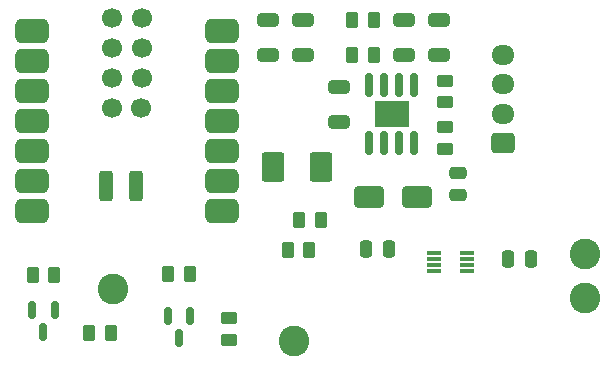
<source format=gts>
%TF.GenerationSoftware,KiCad,Pcbnew,9.0.5*%
%TF.CreationDate,2025-11-20T08:48:28+01:00*%
%TF.ProjectId,acw02_zb-v1.1,61637730-325f-47a6-922d-76312e312e6b,rev?*%
%TF.SameCoordinates,Original*%
%TF.FileFunction,Soldermask,Top*%
%TF.FilePolarity,Negative*%
%FSLAX46Y46*%
G04 Gerber Fmt 4.6, Leading zero omitted, Abs format (unit mm)*
G04 Created by KiCad (PCBNEW 9.0.5) date 2025-11-20 08:48:28*
%MOMM*%
%LPD*%
G01*
G04 APERTURE LIST*
G04 Aperture macros list*
%AMRoundRect*
0 Rectangle with rounded corners*
0 $1 Rounding radius*
0 $2 $3 $4 $5 $6 $7 $8 $9 X,Y pos of 4 corners*
0 Add a 4 corners polygon primitive as box body*
4,1,4,$2,$3,$4,$5,$6,$7,$8,$9,$2,$3,0*
0 Add four circle primitives for the rounded corners*
1,1,$1+$1,$2,$3*
1,1,$1+$1,$4,$5*
1,1,$1+$1,$6,$7*
1,1,$1+$1,$8,$9*
0 Add four rect primitives between the rounded corners*
20,1,$1+$1,$2,$3,$4,$5,0*
20,1,$1+$1,$4,$5,$6,$7,0*
20,1,$1+$1,$6,$7,$8,$9,0*
20,1,$1+$1,$8,$9,$2,$3,0*%
G04 Aperture macros list end*
%ADD10RoundRect,0.250000X-1.000000X-0.650000X1.000000X-0.650000X1.000000X0.650000X-1.000000X0.650000X0*%
%ADD11RoundRect,0.525400X-0.900400X-0.525400X0.900400X-0.525400X0.900400X0.525400X-0.900400X0.525400X0*%
%ADD12RoundRect,0.300400X-0.300400X1.000400X-0.300400X-1.000400X0.300400X-1.000400X0.300400X1.000400X0*%
%ADD13C,1.700000*%
%ADD14RoundRect,0.250000X0.262500X0.450000X-0.262500X0.450000X-0.262500X-0.450000X0.262500X-0.450000X0*%
%ADD15C,2.600000*%
%ADD16RoundRect,0.250000X0.475000X-0.250000X0.475000X0.250000X-0.475000X0.250000X-0.475000X-0.250000X0*%
%ADD17RoundRect,0.250000X0.250000X0.475000X-0.250000X0.475000X-0.250000X-0.475000X0.250000X-0.475000X0*%
%ADD18RoundRect,0.250000X-0.650000X0.325000X-0.650000X-0.325000X0.650000X-0.325000X0.650000X0.325000X0*%
%ADD19RoundRect,0.250000X0.700000X1.000000X-0.700000X1.000000X-0.700000X-1.000000X0.700000X-1.000000X0*%
%ADD20RoundRect,0.150000X-0.150000X0.587500X-0.150000X-0.587500X0.150000X-0.587500X0.150000X0.587500X0*%
%ADD21RoundRect,0.250000X0.650000X-0.325000X0.650000X0.325000X-0.650000X0.325000X-0.650000X-0.325000X0*%
%ADD22RoundRect,0.150000X0.150000X-0.825000X0.150000X0.825000X-0.150000X0.825000X-0.150000X-0.825000X0*%
%ADD23R,3.000000X2.290000*%
%ADD24RoundRect,0.250000X-0.450000X0.262500X-0.450000X-0.262500X0.450000X-0.262500X0.450000X0.262500X0*%
%ADD25RoundRect,0.250000X0.450000X-0.262500X0.450000X0.262500X-0.450000X0.262500X-0.450000X-0.262500X0*%
%ADD26RoundRect,0.250000X-0.262500X-0.450000X0.262500X-0.450000X0.262500X0.450000X-0.262500X0.450000X0*%
%ADD27RoundRect,0.250000X0.725000X-0.600000X0.725000X0.600000X-0.725000X0.600000X-0.725000X-0.600000X0*%
%ADD28O,1.950000X1.700000*%
%ADD29RoundRect,0.087500X-0.537500X-0.087500X0.537500X-0.087500X0.537500X0.087500X-0.537500X0.087500X0*%
G04 APERTURE END LIST*
D10*
%TO.C,D1*%
X122600000Y-84000000D03*
X126600000Y-84000000D03*
%TD*%
D11*
%TO.C,U1*%
X94000000Y-69920000D03*
X94000000Y-72460000D03*
X94000000Y-75000000D03*
X94000000Y-77540000D03*
X94000000Y-80080000D03*
X94000000Y-82620000D03*
X94000000Y-85160000D03*
X110165000Y-85160000D03*
X110165000Y-82620000D03*
X110165000Y-80080000D03*
X110165000Y-77540000D03*
X110165000Y-75000000D03*
X110165000Y-72460000D03*
X110165000Y-69920000D03*
D12*
X100273600Y-83071700D03*
X102813600Y-83071700D03*
D13*
X100781600Y-68898500D03*
X103321600Y-68898500D03*
X100781600Y-71438500D03*
X103321600Y-71438500D03*
X100781600Y-73978500D03*
X103321600Y-73978500D03*
X100781600Y-76518500D03*
X103229000Y-76461700D03*
%TD*%
D14*
%TO.C,R10*%
X100712500Y-95500000D03*
X98887500Y-95500000D03*
%TD*%
D15*
%TO.C,J2*%
X116200000Y-96200000D03*
%TD*%
D14*
%TO.C,R1*%
X123000000Y-72000000D03*
X121175000Y-72000000D03*
%TD*%
D16*
%TO.C,C6*%
X130100000Y-83850000D03*
X130100000Y-81950000D03*
%TD*%
D17*
%TO.C,C1*%
X124250000Y-88400000D03*
X122350000Y-88400000D03*
%TD*%
D18*
%TO.C,C5*%
X120000000Y-74725000D03*
X120000000Y-77675000D03*
%TD*%
D19*
%TO.C,L1*%
X118550000Y-81500000D03*
X114450000Y-81500000D03*
%TD*%
D20*
%TO.C,Q1*%
X95950000Y-93562500D03*
X94050000Y-93562500D03*
X95000000Y-95437500D03*
%TD*%
D14*
%TO.C,R5*%
X117500000Y-88500000D03*
X115675000Y-88500000D03*
%TD*%
D21*
%TO.C,C3*%
X125500000Y-71950000D03*
X125500000Y-69000000D03*
%TD*%
D14*
%TO.C,R9*%
X95912500Y-90600000D03*
X94087500Y-90600000D03*
%TD*%
D22*
%TO.C,U3*%
X122595000Y-79475000D03*
X123865000Y-79475000D03*
X125135000Y-79475000D03*
X126405000Y-79475000D03*
X126405000Y-74525000D03*
X125135000Y-74525000D03*
X123865000Y-74525000D03*
X122595000Y-74525000D03*
D23*
X124500000Y-77000000D03*
%TD*%
D21*
%TO.C,C2*%
X128500000Y-71950000D03*
X128500000Y-69000000D03*
%TD*%
D15*
%TO.C,J5*%
X140900000Y-88800000D03*
%TD*%
%TO.C,J4*%
X140900000Y-92600000D03*
%TD*%
D17*
%TO.C,C4*%
X136250000Y-89300000D03*
X134350000Y-89300000D03*
%TD*%
D24*
%TO.C,R4*%
X129000000Y-74175000D03*
X129000000Y-76000000D03*
%TD*%
D25*
%TO.C,R8*%
X110700000Y-96112500D03*
X110700000Y-94287500D03*
%TD*%
D18*
%TO.C,C7*%
X117000000Y-69000000D03*
X117000000Y-71950000D03*
%TD*%
D26*
%TO.C,R2*%
X121175000Y-69000000D03*
X123000000Y-69000000D03*
%TD*%
D18*
%TO.C,C8*%
X114000000Y-69000000D03*
X114000000Y-71950000D03*
%TD*%
D15*
%TO.C,J3*%
X100900000Y-91800000D03*
%TD*%
D27*
%TO.C,J1*%
X133955000Y-79450000D03*
D28*
X133955000Y-76950000D03*
X133955000Y-74450000D03*
X133955000Y-71950000D03*
%TD*%
D29*
%TO.C,U2*%
X128100000Y-88750000D03*
X128100000Y-89250000D03*
X128100000Y-89750000D03*
X128100000Y-90250000D03*
X130900000Y-90250000D03*
X130900000Y-89750000D03*
X130900000Y-89250000D03*
X130900000Y-88750000D03*
%TD*%
D25*
%TO.C,R6*%
X129000000Y-79922500D03*
X129000000Y-78097500D03*
%TD*%
D14*
%TO.C,R7*%
X107412500Y-90500000D03*
X105587500Y-90500000D03*
%TD*%
%TO.C,R3*%
X118500000Y-86000000D03*
X116675000Y-86000000D03*
%TD*%
D20*
%TO.C,Q2*%
X107450000Y-94062500D03*
X105550000Y-94062500D03*
X106500000Y-95937500D03*
%TD*%
M02*

</source>
